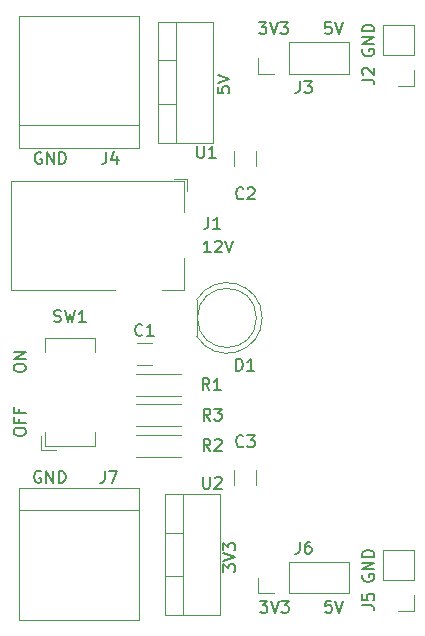
<source format=gbr>
%TF.GenerationSoftware,KiCad,Pcbnew,7.0.7*%
%TF.CreationDate,2023-12-09T08:29:27-03:00*%
%TF.ProjectId,bread_board_power_supply,62726561-645f-4626-9f61-72645f706f77,A*%
%TF.SameCoordinates,Original*%
%TF.FileFunction,Legend,Top*%
%TF.FilePolarity,Positive*%
%FSLAX46Y46*%
G04 Gerber Fmt 4.6, Leading zero omitted, Abs format (unit mm)*
G04 Created by KiCad (PCBNEW 7.0.7) date 2023-12-09 08:29:27*
%MOMM*%
%LPD*%
G01*
G04 APERTURE LIST*
%ADD10C,0.150000*%
%ADD11C,0.120000*%
G04 APERTURE END LIST*
D10*
X134166666Y-109454819D02*
X134166666Y-110169104D01*
X134166666Y-110169104D02*
X134119047Y-110311961D01*
X134119047Y-110311961D02*
X134023809Y-110407200D01*
X134023809Y-110407200D02*
X133880952Y-110454819D01*
X133880952Y-110454819D02*
X133785714Y-110454819D01*
X134547619Y-109454819D02*
X135214285Y-109454819D01*
X135214285Y-109454819D02*
X134785714Y-110454819D01*
X128738095Y-109502438D02*
X128642857Y-109454819D01*
X128642857Y-109454819D02*
X128500000Y-109454819D01*
X128500000Y-109454819D02*
X128357143Y-109502438D01*
X128357143Y-109502438D02*
X128261905Y-109597676D01*
X128261905Y-109597676D02*
X128214286Y-109692914D01*
X128214286Y-109692914D02*
X128166667Y-109883390D01*
X128166667Y-109883390D02*
X128166667Y-110026247D01*
X128166667Y-110026247D02*
X128214286Y-110216723D01*
X128214286Y-110216723D02*
X128261905Y-110311961D01*
X128261905Y-110311961D02*
X128357143Y-110407200D01*
X128357143Y-110407200D02*
X128500000Y-110454819D01*
X128500000Y-110454819D02*
X128595238Y-110454819D01*
X128595238Y-110454819D02*
X128738095Y-110407200D01*
X128738095Y-110407200D02*
X128785714Y-110359580D01*
X128785714Y-110359580D02*
X128785714Y-110026247D01*
X128785714Y-110026247D02*
X128595238Y-110026247D01*
X129214286Y-110454819D02*
X129214286Y-109454819D01*
X129214286Y-109454819D02*
X129785714Y-110454819D01*
X129785714Y-110454819D02*
X129785714Y-109454819D01*
X130261905Y-110454819D02*
X130261905Y-109454819D01*
X130261905Y-109454819D02*
X130500000Y-109454819D01*
X130500000Y-109454819D02*
X130642857Y-109502438D01*
X130642857Y-109502438D02*
X130738095Y-109597676D01*
X130738095Y-109597676D02*
X130785714Y-109692914D01*
X130785714Y-109692914D02*
X130833333Y-109883390D01*
X130833333Y-109883390D02*
X130833333Y-110026247D01*
X130833333Y-110026247D02*
X130785714Y-110216723D01*
X130785714Y-110216723D02*
X130738095Y-110311961D01*
X130738095Y-110311961D02*
X130642857Y-110407200D01*
X130642857Y-110407200D02*
X130500000Y-110454819D01*
X130500000Y-110454819D02*
X130261905Y-110454819D01*
X145883333Y-107341580D02*
X145835714Y-107389200D01*
X145835714Y-107389200D02*
X145692857Y-107436819D01*
X145692857Y-107436819D02*
X145597619Y-107436819D01*
X145597619Y-107436819D02*
X145454762Y-107389200D01*
X145454762Y-107389200D02*
X145359524Y-107293961D01*
X145359524Y-107293961D02*
X145311905Y-107198723D01*
X145311905Y-107198723D02*
X145264286Y-107008247D01*
X145264286Y-107008247D02*
X145264286Y-106865390D01*
X145264286Y-106865390D02*
X145311905Y-106674914D01*
X145311905Y-106674914D02*
X145359524Y-106579676D01*
X145359524Y-106579676D02*
X145454762Y-106484438D01*
X145454762Y-106484438D02*
X145597619Y-106436819D01*
X145597619Y-106436819D02*
X145692857Y-106436819D01*
X145692857Y-106436819D02*
X145835714Y-106484438D01*
X145835714Y-106484438D02*
X145883333Y-106532057D01*
X146216667Y-106436819D02*
X146835714Y-106436819D01*
X146835714Y-106436819D02*
X146502381Y-106817771D01*
X146502381Y-106817771D02*
X146645238Y-106817771D01*
X146645238Y-106817771D02*
X146740476Y-106865390D01*
X146740476Y-106865390D02*
X146788095Y-106913009D01*
X146788095Y-106913009D02*
X146835714Y-107008247D01*
X146835714Y-107008247D02*
X146835714Y-107246342D01*
X146835714Y-107246342D02*
X146788095Y-107341580D01*
X146788095Y-107341580D02*
X146740476Y-107389200D01*
X146740476Y-107389200D02*
X146645238Y-107436819D01*
X146645238Y-107436819D02*
X146359524Y-107436819D01*
X146359524Y-107436819D02*
X146264286Y-107389200D01*
X146264286Y-107389200D02*
X146216667Y-107341580D01*
X150666666Y-115454819D02*
X150666666Y-116169104D01*
X150666666Y-116169104D02*
X150619047Y-116311961D01*
X150619047Y-116311961D02*
X150523809Y-116407200D01*
X150523809Y-116407200D02*
X150380952Y-116454819D01*
X150380952Y-116454819D02*
X150285714Y-116454819D01*
X151571428Y-115454819D02*
X151380952Y-115454819D01*
X151380952Y-115454819D02*
X151285714Y-115502438D01*
X151285714Y-115502438D02*
X151238095Y-115550057D01*
X151238095Y-115550057D02*
X151142857Y-115692914D01*
X151142857Y-115692914D02*
X151095238Y-115883390D01*
X151095238Y-115883390D02*
X151095238Y-116264342D01*
X151095238Y-116264342D02*
X151142857Y-116359580D01*
X151142857Y-116359580D02*
X151190476Y-116407200D01*
X151190476Y-116407200D02*
X151285714Y-116454819D01*
X151285714Y-116454819D02*
X151476190Y-116454819D01*
X151476190Y-116454819D02*
X151571428Y-116407200D01*
X151571428Y-116407200D02*
X151619047Y-116359580D01*
X151619047Y-116359580D02*
X151666666Y-116264342D01*
X151666666Y-116264342D02*
X151666666Y-116026247D01*
X151666666Y-116026247D02*
X151619047Y-115931009D01*
X151619047Y-115931009D02*
X151571428Y-115883390D01*
X151571428Y-115883390D02*
X151476190Y-115835771D01*
X151476190Y-115835771D02*
X151285714Y-115835771D01*
X151285714Y-115835771D02*
X151190476Y-115883390D01*
X151190476Y-115883390D02*
X151142857Y-115931009D01*
X151142857Y-115931009D02*
X151095238Y-116026247D01*
X153349523Y-120454819D02*
X152873333Y-120454819D01*
X152873333Y-120454819D02*
X152825714Y-120931009D01*
X152825714Y-120931009D02*
X152873333Y-120883390D01*
X152873333Y-120883390D02*
X152968571Y-120835771D01*
X152968571Y-120835771D02*
X153206666Y-120835771D01*
X153206666Y-120835771D02*
X153301904Y-120883390D01*
X153301904Y-120883390D02*
X153349523Y-120931009D01*
X153349523Y-120931009D02*
X153397142Y-121026247D01*
X153397142Y-121026247D02*
X153397142Y-121264342D01*
X153397142Y-121264342D02*
X153349523Y-121359580D01*
X153349523Y-121359580D02*
X153301904Y-121407200D01*
X153301904Y-121407200D02*
X153206666Y-121454819D01*
X153206666Y-121454819D02*
X152968571Y-121454819D01*
X152968571Y-121454819D02*
X152873333Y-121407200D01*
X152873333Y-121407200D02*
X152825714Y-121359580D01*
X153682857Y-120454819D02*
X154016190Y-121454819D01*
X154016190Y-121454819D02*
X154349523Y-120454819D01*
X147301905Y-120454819D02*
X147920952Y-120454819D01*
X147920952Y-120454819D02*
X147587619Y-120835771D01*
X147587619Y-120835771D02*
X147730476Y-120835771D01*
X147730476Y-120835771D02*
X147825714Y-120883390D01*
X147825714Y-120883390D02*
X147873333Y-120931009D01*
X147873333Y-120931009D02*
X147920952Y-121026247D01*
X147920952Y-121026247D02*
X147920952Y-121264342D01*
X147920952Y-121264342D02*
X147873333Y-121359580D01*
X147873333Y-121359580D02*
X147825714Y-121407200D01*
X147825714Y-121407200D02*
X147730476Y-121454819D01*
X147730476Y-121454819D02*
X147444762Y-121454819D01*
X147444762Y-121454819D02*
X147349524Y-121407200D01*
X147349524Y-121407200D02*
X147301905Y-121359580D01*
X148206667Y-120454819D02*
X148540000Y-121454819D01*
X148540000Y-121454819D02*
X148873333Y-120454819D01*
X149111429Y-120454819D02*
X149730476Y-120454819D01*
X149730476Y-120454819D02*
X149397143Y-120835771D01*
X149397143Y-120835771D02*
X149540000Y-120835771D01*
X149540000Y-120835771D02*
X149635238Y-120883390D01*
X149635238Y-120883390D02*
X149682857Y-120931009D01*
X149682857Y-120931009D02*
X149730476Y-121026247D01*
X149730476Y-121026247D02*
X149730476Y-121264342D01*
X149730476Y-121264342D02*
X149682857Y-121359580D01*
X149682857Y-121359580D02*
X149635238Y-121407200D01*
X149635238Y-121407200D02*
X149540000Y-121454819D01*
X149540000Y-121454819D02*
X149254286Y-121454819D01*
X149254286Y-121454819D02*
X149159048Y-121407200D01*
X149159048Y-121407200D02*
X149111429Y-121359580D01*
X145261905Y-100954819D02*
X145261905Y-99954819D01*
X145261905Y-99954819D02*
X145500000Y-99954819D01*
X145500000Y-99954819D02*
X145642857Y-100002438D01*
X145642857Y-100002438D02*
X145738095Y-100097676D01*
X145738095Y-100097676D02*
X145785714Y-100192914D01*
X145785714Y-100192914D02*
X145833333Y-100383390D01*
X145833333Y-100383390D02*
X145833333Y-100526247D01*
X145833333Y-100526247D02*
X145785714Y-100716723D01*
X145785714Y-100716723D02*
X145738095Y-100811961D01*
X145738095Y-100811961D02*
X145642857Y-100907200D01*
X145642857Y-100907200D02*
X145500000Y-100954819D01*
X145500000Y-100954819D02*
X145261905Y-100954819D01*
X146785714Y-100954819D02*
X146214286Y-100954819D01*
X146500000Y-100954819D02*
X146500000Y-99954819D01*
X146500000Y-99954819D02*
X146404762Y-100097676D01*
X146404762Y-100097676D02*
X146309524Y-100192914D01*
X146309524Y-100192914D02*
X146214286Y-100240533D01*
X143089333Y-107769819D02*
X142756000Y-107293628D01*
X142517905Y-107769819D02*
X142517905Y-106769819D01*
X142517905Y-106769819D02*
X142898857Y-106769819D01*
X142898857Y-106769819D02*
X142994095Y-106817438D01*
X142994095Y-106817438D02*
X143041714Y-106865057D01*
X143041714Y-106865057D02*
X143089333Y-106960295D01*
X143089333Y-106960295D02*
X143089333Y-107103152D01*
X143089333Y-107103152D02*
X143041714Y-107198390D01*
X143041714Y-107198390D02*
X142994095Y-107246009D01*
X142994095Y-107246009D02*
X142898857Y-107293628D01*
X142898857Y-107293628D02*
X142517905Y-107293628D01*
X143470286Y-106865057D02*
X143517905Y-106817438D01*
X143517905Y-106817438D02*
X143613143Y-106769819D01*
X143613143Y-106769819D02*
X143851238Y-106769819D01*
X143851238Y-106769819D02*
X143946476Y-106817438D01*
X143946476Y-106817438D02*
X143994095Y-106865057D01*
X143994095Y-106865057D02*
X144041714Y-106960295D01*
X144041714Y-106960295D02*
X144041714Y-107055533D01*
X144041714Y-107055533D02*
X143994095Y-107198390D01*
X143994095Y-107198390D02*
X143422667Y-107769819D01*
X143422667Y-107769819D02*
X144041714Y-107769819D01*
X134286666Y-82454819D02*
X134286666Y-83169104D01*
X134286666Y-83169104D02*
X134239047Y-83311961D01*
X134239047Y-83311961D02*
X134143809Y-83407200D01*
X134143809Y-83407200D02*
X134000952Y-83454819D01*
X134000952Y-83454819D02*
X133905714Y-83454819D01*
X135191428Y-82788152D02*
X135191428Y-83454819D01*
X134953333Y-82407200D02*
X134715238Y-83121485D01*
X134715238Y-83121485D02*
X135334285Y-83121485D01*
X128778095Y-82502438D02*
X128682857Y-82454819D01*
X128682857Y-82454819D02*
X128540000Y-82454819D01*
X128540000Y-82454819D02*
X128397143Y-82502438D01*
X128397143Y-82502438D02*
X128301905Y-82597676D01*
X128301905Y-82597676D02*
X128254286Y-82692914D01*
X128254286Y-82692914D02*
X128206667Y-82883390D01*
X128206667Y-82883390D02*
X128206667Y-83026247D01*
X128206667Y-83026247D02*
X128254286Y-83216723D01*
X128254286Y-83216723D02*
X128301905Y-83311961D01*
X128301905Y-83311961D02*
X128397143Y-83407200D01*
X128397143Y-83407200D02*
X128540000Y-83454819D01*
X128540000Y-83454819D02*
X128635238Y-83454819D01*
X128635238Y-83454819D02*
X128778095Y-83407200D01*
X128778095Y-83407200D02*
X128825714Y-83359580D01*
X128825714Y-83359580D02*
X128825714Y-83026247D01*
X128825714Y-83026247D02*
X128635238Y-83026247D01*
X129254286Y-83454819D02*
X129254286Y-82454819D01*
X129254286Y-82454819D02*
X129825714Y-83454819D01*
X129825714Y-83454819D02*
X129825714Y-82454819D01*
X130301905Y-83454819D02*
X130301905Y-82454819D01*
X130301905Y-82454819D02*
X130540000Y-82454819D01*
X130540000Y-82454819D02*
X130682857Y-82502438D01*
X130682857Y-82502438D02*
X130778095Y-82597676D01*
X130778095Y-82597676D02*
X130825714Y-82692914D01*
X130825714Y-82692914D02*
X130873333Y-82883390D01*
X130873333Y-82883390D02*
X130873333Y-83026247D01*
X130873333Y-83026247D02*
X130825714Y-83216723D01*
X130825714Y-83216723D02*
X130778095Y-83311961D01*
X130778095Y-83311961D02*
X130682857Y-83407200D01*
X130682857Y-83407200D02*
X130540000Y-83454819D01*
X130540000Y-83454819D02*
X130301905Y-83454819D01*
X150666666Y-76454819D02*
X150666666Y-77169104D01*
X150666666Y-77169104D02*
X150619047Y-77311961D01*
X150619047Y-77311961D02*
X150523809Y-77407200D01*
X150523809Y-77407200D02*
X150380952Y-77454819D01*
X150380952Y-77454819D02*
X150285714Y-77454819D01*
X151047619Y-76454819D02*
X151666666Y-76454819D01*
X151666666Y-76454819D02*
X151333333Y-76835771D01*
X151333333Y-76835771D02*
X151476190Y-76835771D01*
X151476190Y-76835771D02*
X151571428Y-76883390D01*
X151571428Y-76883390D02*
X151619047Y-76931009D01*
X151619047Y-76931009D02*
X151666666Y-77026247D01*
X151666666Y-77026247D02*
X151666666Y-77264342D01*
X151666666Y-77264342D02*
X151619047Y-77359580D01*
X151619047Y-77359580D02*
X151571428Y-77407200D01*
X151571428Y-77407200D02*
X151476190Y-77454819D01*
X151476190Y-77454819D02*
X151190476Y-77454819D01*
X151190476Y-77454819D02*
X151095238Y-77407200D01*
X151095238Y-77407200D02*
X151047619Y-77359580D01*
X147221905Y-71454819D02*
X147840952Y-71454819D01*
X147840952Y-71454819D02*
X147507619Y-71835771D01*
X147507619Y-71835771D02*
X147650476Y-71835771D01*
X147650476Y-71835771D02*
X147745714Y-71883390D01*
X147745714Y-71883390D02*
X147793333Y-71931009D01*
X147793333Y-71931009D02*
X147840952Y-72026247D01*
X147840952Y-72026247D02*
X147840952Y-72264342D01*
X147840952Y-72264342D02*
X147793333Y-72359580D01*
X147793333Y-72359580D02*
X147745714Y-72407200D01*
X147745714Y-72407200D02*
X147650476Y-72454819D01*
X147650476Y-72454819D02*
X147364762Y-72454819D01*
X147364762Y-72454819D02*
X147269524Y-72407200D01*
X147269524Y-72407200D02*
X147221905Y-72359580D01*
X148126667Y-71454819D02*
X148460000Y-72454819D01*
X148460000Y-72454819D02*
X148793333Y-71454819D01*
X149031429Y-71454819D02*
X149650476Y-71454819D01*
X149650476Y-71454819D02*
X149317143Y-71835771D01*
X149317143Y-71835771D02*
X149460000Y-71835771D01*
X149460000Y-71835771D02*
X149555238Y-71883390D01*
X149555238Y-71883390D02*
X149602857Y-71931009D01*
X149602857Y-71931009D02*
X149650476Y-72026247D01*
X149650476Y-72026247D02*
X149650476Y-72264342D01*
X149650476Y-72264342D02*
X149602857Y-72359580D01*
X149602857Y-72359580D02*
X149555238Y-72407200D01*
X149555238Y-72407200D02*
X149460000Y-72454819D01*
X149460000Y-72454819D02*
X149174286Y-72454819D01*
X149174286Y-72454819D02*
X149079048Y-72407200D01*
X149079048Y-72407200D02*
X149031429Y-72359580D01*
X153309523Y-71454819D02*
X152833333Y-71454819D01*
X152833333Y-71454819D02*
X152785714Y-71931009D01*
X152785714Y-71931009D02*
X152833333Y-71883390D01*
X152833333Y-71883390D02*
X152928571Y-71835771D01*
X152928571Y-71835771D02*
X153166666Y-71835771D01*
X153166666Y-71835771D02*
X153261904Y-71883390D01*
X153261904Y-71883390D02*
X153309523Y-71931009D01*
X153309523Y-71931009D02*
X153357142Y-72026247D01*
X153357142Y-72026247D02*
X153357142Y-72264342D01*
X153357142Y-72264342D02*
X153309523Y-72359580D01*
X153309523Y-72359580D02*
X153261904Y-72407200D01*
X153261904Y-72407200D02*
X153166666Y-72454819D01*
X153166666Y-72454819D02*
X152928571Y-72454819D01*
X152928571Y-72454819D02*
X152833333Y-72407200D01*
X152833333Y-72407200D02*
X152785714Y-72359580D01*
X153642857Y-71454819D02*
X153976190Y-72454819D01*
X153976190Y-72454819D02*
X154309523Y-71454819D01*
X129856667Y-96794700D02*
X129999524Y-96842319D01*
X129999524Y-96842319D02*
X130237619Y-96842319D01*
X130237619Y-96842319D02*
X130332857Y-96794700D01*
X130332857Y-96794700D02*
X130380476Y-96747080D01*
X130380476Y-96747080D02*
X130428095Y-96651842D01*
X130428095Y-96651842D02*
X130428095Y-96556604D01*
X130428095Y-96556604D02*
X130380476Y-96461366D01*
X130380476Y-96461366D02*
X130332857Y-96413747D01*
X130332857Y-96413747D02*
X130237619Y-96366128D01*
X130237619Y-96366128D02*
X130047143Y-96318509D01*
X130047143Y-96318509D02*
X129951905Y-96270890D01*
X129951905Y-96270890D02*
X129904286Y-96223271D01*
X129904286Y-96223271D02*
X129856667Y-96128033D01*
X129856667Y-96128033D02*
X129856667Y-96032795D01*
X129856667Y-96032795D02*
X129904286Y-95937557D01*
X129904286Y-95937557D02*
X129951905Y-95889938D01*
X129951905Y-95889938D02*
X130047143Y-95842319D01*
X130047143Y-95842319D02*
X130285238Y-95842319D01*
X130285238Y-95842319D02*
X130428095Y-95889938D01*
X130761429Y-95842319D02*
X130999524Y-96842319D01*
X130999524Y-96842319D02*
X131190000Y-96128033D01*
X131190000Y-96128033D02*
X131380476Y-96842319D01*
X131380476Y-96842319D02*
X131618572Y-95842319D01*
X132523333Y-96842319D02*
X131951905Y-96842319D01*
X132237619Y-96842319D02*
X132237619Y-95842319D01*
X132237619Y-95842319D02*
X132142381Y-95985176D01*
X132142381Y-95985176D02*
X132047143Y-96080414D01*
X132047143Y-96080414D02*
X131951905Y-96128033D01*
X126454819Y-100816547D02*
X126454819Y-100626071D01*
X126454819Y-100626071D02*
X126502438Y-100530833D01*
X126502438Y-100530833D02*
X126597676Y-100435595D01*
X126597676Y-100435595D02*
X126788152Y-100387976D01*
X126788152Y-100387976D02*
X127121485Y-100387976D01*
X127121485Y-100387976D02*
X127311961Y-100435595D01*
X127311961Y-100435595D02*
X127407200Y-100530833D01*
X127407200Y-100530833D02*
X127454819Y-100626071D01*
X127454819Y-100626071D02*
X127454819Y-100816547D01*
X127454819Y-100816547D02*
X127407200Y-100911785D01*
X127407200Y-100911785D02*
X127311961Y-101007023D01*
X127311961Y-101007023D02*
X127121485Y-101054642D01*
X127121485Y-101054642D02*
X126788152Y-101054642D01*
X126788152Y-101054642D02*
X126597676Y-101007023D01*
X126597676Y-101007023D02*
X126502438Y-100911785D01*
X126502438Y-100911785D02*
X126454819Y-100816547D01*
X127454819Y-99959404D02*
X126454819Y-99959404D01*
X126454819Y-99959404D02*
X127454819Y-99387976D01*
X127454819Y-99387976D02*
X126454819Y-99387976D01*
X126454819Y-106229880D02*
X126454819Y-106039404D01*
X126454819Y-106039404D02*
X126502438Y-105944166D01*
X126502438Y-105944166D02*
X126597676Y-105848928D01*
X126597676Y-105848928D02*
X126788152Y-105801309D01*
X126788152Y-105801309D02*
X127121485Y-105801309D01*
X127121485Y-105801309D02*
X127311961Y-105848928D01*
X127311961Y-105848928D02*
X127407200Y-105944166D01*
X127407200Y-105944166D02*
X127454819Y-106039404D01*
X127454819Y-106039404D02*
X127454819Y-106229880D01*
X127454819Y-106229880D02*
X127407200Y-106325118D01*
X127407200Y-106325118D02*
X127311961Y-106420356D01*
X127311961Y-106420356D02*
X127121485Y-106467975D01*
X127121485Y-106467975D02*
X126788152Y-106467975D01*
X126788152Y-106467975D02*
X126597676Y-106420356D01*
X126597676Y-106420356D02*
X126502438Y-106325118D01*
X126502438Y-106325118D02*
X126454819Y-106229880D01*
X126931009Y-105039404D02*
X126931009Y-105372737D01*
X127454819Y-105372737D02*
X126454819Y-105372737D01*
X126454819Y-105372737D02*
X126454819Y-104896547D01*
X126931009Y-104182261D02*
X126931009Y-104515594D01*
X127454819Y-104515594D02*
X126454819Y-104515594D01*
X126454819Y-104515594D02*
X126454819Y-104039404D01*
X142916666Y-87954819D02*
X142916666Y-88669104D01*
X142916666Y-88669104D02*
X142869047Y-88811961D01*
X142869047Y-88811961D02*
X142773809Y-88907200D01*
X142773809Y-88907200D02*
X142630952Y-88954819D01*
X142630952Y-88954819D02*
X142535714Y-88954819D01*
X143916666Y-88954819D02*
X143345238Y-88954819D01*
X143630952Y-88954819D02*
X143630952Y-87954819D01*
X143630952Y-87954819D02*
X143535714Y-88097676D01*
X143535714Y-88097676D02*
X143440476Y-88192914D01*
X143440476Y-88192914D02*
X143345238Y-88240533D01*
X143130952Y-90954819D02*
X142559524Y-90954819D01*
X142845238Y-90954819D02*
X142845238Y-89954819D01*
X142845238Y-89954819D02*
X142750000Y-90097676D01*
X142750000Y-90097676D02*
X142654762Y-90192914D01*
X142654762Y-90192914D02*
X142559524Y-90240533D01*
X143511905Y-90050057D02*
X143559524Y-90002438D01*
X143559524Y-90002438D02*
X143654762Y-89954819D01*
X143654762Y-89954819D02*
X143892857Y-89954819D01*
X143892857Y-89954819D02*
X143988095Y-90002438D01*
X143988095Y-90002438D02*
X144035714Y-90050057D01*
X144035714Y-90050057D02*
X144083333Y-90145295D01*
X144083333Y-90145295D02*
X144083333Y-90240533D01*
X144083333Y-90240533D02*
X144035714Y-90383390D01*
X144035714Y-90383390D02*
X143464286Y-90954819D01*
X143464286Y-90954819D02*
X144083333Y-90954819D01*
X144369048Y-89954819D02*
X144702381Y-90954819D01*
X144702381Y-90954819D02*
X145035714Y-89954819D01*
X155954819Y-76333333D02*
X156669104Y-76333333D01*
X156669104Y-76333333D02*
X156811961Y-76380952D01*
X156811961Y-76380952D02*
X156907200Y-76476190D01*
X156907200Y-76476190D02*
X156954819Y-76619047D01*
X156954819Y-76619047D02*
X156954819Y-76714285D01*
X156050057Y-75904761D02*
X156002438Y-75857142D01*
X156002438Y-75857142D02*
X155954819Y-75761904D01*
X155954819Y-75761904D02*
X155954819Y-75523809D01*
X155954819Y-75523809D02*
X156002438Y-75428571D01*
X156002438Y-75428571D02*
X156050057Y-75380952D01*
X156050057Y-75380952D02*
X156145295Y-75333333D01*
X156145295Y-75333333D02*
X156240533Y-75333333D01*
X156240533Y-75333333D02*
X156383390Y-75380952D01*
X156383390Y-75380952D02*
X156954819Y-75952380D01*
X156954819Y-75952380D02*
X156954819Y-75333333D01*
X156002438Y-73761904D02*
X155954819Y-73857142D01*
X155954819Y-73857142D02*
X155954819Y-73999999D01*
X155954819Y-73999999D02*
X156002438Y-74142856D01*
X156002438Y-74142856D02*
X156097676Y-74238094D01*
X156097676Y-74238094D02*
X156192914Y-74285713D01*
X156192914Y-74285713D02*
X156383390Y-74333332D01*
X156383390Y-74333332D02*
X156526247Y-74333332D01*
X156526247Y-74333332D02*
X156716723Y-74285713D01*
X156716723Y-74285713D02*
X156811961Y-74238094D01*
X156811961Y-74238094D02*
X156907200Y-74142856D01*
X156907200Y-74142856D02*
X156954819Y-73999999D01*
X156954819Y-73999999D02*
X156954819Y-73904761D01*
X156954819Y-73904761D02*
X156907200Y-73761904D01*
X156907200Y-73761904D02*
X156859580Y-73714285D01*
X156859580Y-73714285D02*
X156526247Y-73714285D01*
X156526247Y-73714285D02*
X156526247Y-73904761D01*
X156954819Y-73285713D02*
X155954819Y-73285713D01*
X155954819Y-73285713D02*
X156954819Y-72714285D01*
X156954819Y-72714285D02*
X155954819Y-72714285D01*
X156954819Y-72238094D02*
X155954819Y-72238094D01*
X155954819Y-72238094D02*
X155954819Y-71999999D01*
X155954819Y-71999999D02*
X156002438Y-71857142D01*
X156002438Y-71857142D02*
X156097676Y-71761904D01*
X156097676Y-71761904D02*
X156192914Y-71714285D01*
X156192914Y-71714285D02*
X156383390Y-71666666D01*
X156383390Y-71666666D02*
X156526247Y-71666666D01*
X156526247Y-71666666D02*
X156716723Y-71714285D01*
X156716723Y-71714285D02*
X156811961Y-71761904D01*
X156811961Y-71761904D02*
X156907200Y-71857142D01*
X156907200Y-71857142D02*
X156954819Y-71999999D01*
X156954819Y-71999999D02*
X156954819Y-72238094D01*
X145883333Y-86359580D02*
X145835714Y-86407200D01*
X145835714Y-86407200D02*
X145692857Y-86454819D01*
X145692857Y-86454819D02*
X145597619Y-86454819D01*
X145597619Y-86454819D02*
X145454762Y-86407200D01*
X145454762Y-86407200D02*
X145359524Y-86311961D01*
X145359524Y-86311961D02*
X145311905Y-86216723D01*
X145311905Y-86216723D02*
X145264286Y-86026247D01*
X145264286Y-86026247D02*
X145264286Y-85883390D01*
X145264286Y-85883390D02*
X145311905Y-85692914D01*
X145311905Y-85692914D02*
X145359524Y-85597676D01*
X145359524Y-85597676D02*
X145454762Y-85502438D01*
X145454762Y-85502438D02*
X145597619Y-85454819D01*
X145597619Y-85454819D02*
X145692857Y-85454819D01*
X145692857Y-85454819D02*
X145835714Y-85502438D01*
X145835714Y-85502438D02*
X145883333Y-85550057D01*
X146264286Y-85550057D02*
X146311905Y-85502438D01*
X146311905Y-85502438D02*
X146407143Y-85454819D01*
X146407143Y-85454819D02*
X146645238Y-85454819D01*
X146645238Y-85454819D02*
X146740476Y-85502438D01*
X146740476Y-85502438D02*
X146788095Y-85550057D01*
X146788095Y-85550057D02*
X146835714Y-85645295D01*
X146835714Y-85645295D02*
X146835714Y-85740533D01*
X146835714Y-85740533D02*
X146788095Y-85883390D01*
X146788095Y-85883390D02*
X146216667Y-86454819D01*
X146216667Y-86454819D02*
X146835714Y-86454819D01*
X141988095Y-81954819D02*
X141988095Y-82764342D01*
X141988095Y-82764342D02*
X142035714Y-82859580D01*
X142035714Y-82859580D02*
X142083333Y-82907200D01*
X142083333Y-82907200D02*
X142178571Y-82954819D01*
X142178571Y-82954819D02*
X142369047Y-82954819D01*
X142369047Y-82954819D02*
X142464285Y-82907200D01*
X142464285Y-82907200D02*
X142511904Y-82859580D01*
X142511904Y-82859580D02*
X142559523Y-82764342D01*
X142559523Y-82764342D02*
X142559523Y-81954819D01*
X143559523Y-82954819D02*
X142988095Y-82954819D01*
X143273809Y-82954819D02*
X143273809Y-81954819D01*
X143273809Y-81954819D02*
X143178571Y-82097676D01*
X143178571Y-82097676D02*
X143083333Y-82192914D01*
X143083333Y-82192914D02*
X142988095Y-82240533D01*
X143704819Y-76940476D02*
X143704819Y-77416666D01*
X143704819Y-77416666D02*
X144181009Y-77464285D01*
X144181009Y-77464285D02*
X144133390Y-77416666D01*
X144133390Y-77416666D02*
X144085771Y-77321428D01*
X144085771Y-77321428D02*
X144085771Y-77083333D01*
X144085771Y-77083333D02*
X144133390Y-76988095D01*
X144133390Y-76988095D02*
X144181009Y-76940476D01*
X144181009Y-76940476D02*
X144276247Y-76892857D01*
X144276247Y-76892857D02*
X144514342Y-76892857D01*
X144514342Y-76892857D02*
X144609580Y-76940476D01*
X144609580Y-76940476D02*
X144657200Y-76988095D01*
X144657200Y-76988095D02*
X144704819Y-77083333D01*
X144704819Y-77083333D02*
X144704819Y-77321428D01*
X144704819Y-77321428D02*
X144657200Y-77416666D01*
X144657200Y-77416666D02*
X144609580Y-77464285D01*
X143704819Y-76607142D02*
X144704819Y-76273809D01*
X144704819Y-76273809D02*
X143704819Y-75940476D01*
X137327333Y-97927580D02*
X137279714Y-97975200D01*
X137279714Y-97975200D02*
X137136857Y-98022819D01*
X137136857Y-98022819D02*
X137041619Y-98022819D01*
X137041619Y-98022819D02*
X136898762Y-97975200D01*
X136898762Y-97975200D02*
X136803524Y-97879961D01*
X136803524Y-97879961D02*
X136755905Y-97784723D01*
X136755905Y-97784723D02*
X136708286Y-97594247D01*
X136708286Y-97594247D02*
X136708286Y-97451390D01*
X136708286Y-97451390D02*
X136755905Y-97260914D01*
X136755905Y-97260914D02*
X136803524Y-97165676D01*
X136803524Y-97165676D02*
X136898762Y-97070438D01*
X136898762Y-97070438D02*
X137041619Y-97022819D01*
X137041619Y-97022819D02*
X137136857Y-97022819D01*
X137136857Y-97022819D02*
X137279714Y-97070438D01*
X137279714Y-97070438D02*
X137327333Y-97118057D01*
X138279714Y-98022819D02*
X137708286Y-98022819D01*
X137994000Y-98022819D02*
X137994000Y-97022819D01*
X137994000Y-97022819D02*
X137898762Y-97165676D01*
X137898762Y-97165676D02*
X137803524Y-97260914D01*
X137803524Y-97260914D02*
X137708286Y-97308533D01*
X143017333Y-102605152D02*
X142684000Y-102128961D01*
X142445905Y-102605152D02*
X142445905Y-101605152D01*
X142445905Y-101605152D02*
X142826857Y-101605152D01*
X142826857Y-101605152D02*
X142922095Y-101652771D01*
X142922095Y-101652771D02*
X142969714Y-101700390D01*
X142969714Y-101700390D02*
X143017333Y-101795628D01*
X143017333Y-101795628D02*
X143017333Y-101938485D01*
X143017333Y-101938485D02*
X142969714Y-102033723D01*
X142969714Y-102033723D02*
X142922095Y-102081342D01*
X142922095Y-102081342D02*
X142826857Y-102128961D01*
X142826857Y-102128961D02*
X142445905Y-102128961D01*
X143969714Y-102605152D02*
X143398286Y-102605152D01*
X143684000Y-102605152D02*
X143684000Y-101605152D01*
X143684000Y-101605152D02*
X143588762Y-101748009D01*
X143588762Y-101748009D02*
X143493524Y-101843247D01*
X143493524Y-101843247D02*
X143398286Y-101890866D01*
X143089333Y-105187485D02*
X142756000Y-104711294D01*
X142517905Y-105187485D02*
X142517905Y-104187485D01*
X142517905Y-104187485D02*
X142898857Y-104187485D01*
X142898857Y-104187485D02*
X142994095Y-104235104D01*
X142994095Y-104235104D02*
X143041714Y-104282723D01*
X143041714Y-104282723D02*
X143089333Y-104377961D01*
X143089333Y-104377961D02*
X143089333Y-104520818D01*
X143089333Y-104520818D02*
X143041714Y-104616056D01*
X143041714Y-104616056D02*
X142994095Y-104663675D01*
X142994095Y-104663675D02*
X142898857Y-104711294D01*
X142898857Y-104711294D02*
X142517905Y-104711294D01*
X143422667Y-104187485D02*
X144041714Y-104187485D01*
X144041714Y-104187485D02*
X143708381Y-104568437D01*
X143708381Y-104568437D02*
X143851238Y-104568437D01*
X143851238Y-104568437D02*
X143946476Y-104616056D01*
X143946476Y-104616056D02*
X143994095Y-104663675D01*
X143994095Y-104663675D02*
X144041714Y-104758913D01*
X144041714Y-104758913D02*
X144041714Y-104997008D01*
X144041714Y-104997008D02*
X143994095Y-105092246D01*
X143994095Y-105092246D02*
X143946476Y-105139866D01*
X143946476Y-105139866D02*
X143851238Y-105187485D01*
X143851238Y-105187485D02*
X143565524Y-105187485D01*
X143565524Y-105187485D02*
X143470286Y-105139866D01*
X143470286Y-105139866D02*
X143422667Y-105092246D01*
X155954819Y-120833333D02*
X156669104Y-120833333D01*
X156669104Y-120833333D02*
X156811961Y-120880952D01*
X156811961Y-120880952D02*
X156907200Y-120976190D01*
X156907200Y-120976190D02*
X156954819Y-121119047D01*
X156954819Y-121119047D02*
X156954819Y-121214285D01*
X155954819Y-119880952D02*
X155954819Y-120357142D01*
X155954819Y-120357142D02*
X156431009Y-120404761D01*
X156431009Y-120404761D02*
X156383390Y-120357142D01*
X156383390Y-120357142D02*
X156335771Y-120261904D01*
X156335771Y-120261904D02*
X156335771Y-120023809D01*
X156335771Y-120023809D02*
X156383390Y-119928571D01*
X156383390Y-119928571D02*
X156431009Y-119880952D01*
X156431009Y-119880952D02*
X156526247Y-119833333D01*
X156526247Y-119833333D02*
X156764342Y-119833333D01*
X156764342Y-119833333D02*
X156859580Y-119880952D01*
X156859580Y-119880952D02*
X156907200Y-119928571D01*
X156907200Y-119928571D02*
X156954819Y-120023809D01*
X156954819Y-120023809D02*
X156954819Y-120261904D01*
X156954819Y-120261904D02*
X156907200Y-120357142D01*
X156907200Y-120357142D02*
X156859580Y-120404761D01*
X156002438Y-118261904D02*
X155954819Y-118357142D01*
X155954819Y-118357142D02*
X155954819Y-118499999D01*
X155954819Y-118499999D02*
X156002438Y-118642856D01*
X156002438Y-118642856D02*
X156097676Y-118738094D01*
X156097676Y-118738094D02*
X156192914Y-118785713D01*
X156192914Y-118785713D02*
X156383390Y-118833332D01*
X156383390Y-118833332D02*
X156526247Y-118833332D01*
X156526247Y-118833332D02*
X156716723Y-118785713D01*
X156716723Y-118785713D02*
X156811961Y-118738094D01*
X156811961Y-118738094D02*
X156907200Y-118642856D01*
X156907200Y-118642856D02*
X156954819Y-118499999D01*
X156954819Y-118499999D02*
X156954819Y-118404761D01*
X156954819Y-118404761D02*
X156907200Y-118261904D01*
X156907200Y-118261904D02*
X156859580Y-118214285D01*
X156859580Y-118214285D02*
X156526247Y-118214285D01*
X156526247Y-118214285D02*
X156526247Y-118404761D01*
X156954819Y-117785713D02*
X155954819Y-117785713D01*
X155954819Y-117785713D02*
X156954819Y-117214285D01*
X156954819Y-117214285D02*
X155954819Y-117214285D01*
X156954819Y-116738094D02*
X155954819Y-116738094D01*
X155954819Y-116738094D02*
X155954819Y-116499999D01*
X155954819Y-116499999D02*
X156002438Y-116357142D01*
X156002438Y-116357142D02*
X156097676Y-116261904D01*
X156097676Y-116261904D02*
X156192914Y-116214285D01*
X156192914Y-116214285D02*
X156383390Y-116166666D01*
X156383390Y-116166666D02*
X156526247Y-116166666D01*
X156526247Y-116166666D02*
X156716723Y-116214285D01*
X156716723Y-116214285D02*
X156811961Y-116261904D01*
X156811961Y-116261904D02*
X156907200Y-116357142D01*
X156907200Y-116357142D02*
X156954819Y-116499999D01*
X156954819Y-116499999D02*
X156954819Y-116738094D01*
X142488095Y-109954819D02*
X142488095Y-110764342D01*
X142488095Y-110764342D02*
X142535714Y-110859580D01*
X142535714Y-110859580D02*
X142583333Y-110907200D01*
X142583333Y-110907200D02*
X142678571Y-110954819D01*
X142678571Y-110954819D02*
X142869047Y-110954819D01*
X142869047Y-110954819D02*
X142964285Y-110907200D01*
X142964285Y-110907200D02*
X143011904Y-110859580D01*
X143011904Y-110859580D02*
X143059523Y-110764342D01*
X143059523Y-110764342D02*
X143059523Y-109954819D01*
X143488095Y-110050057D02*
X143535714Y-110002438D01*
X143535714Y-110002438D02*
X143630952Y-109954819D01*
X143630952Y-109954819D02*
X143869047Y-109954819D01*
X143869047Y-109954819D02*
X143964285Y-110002438D01*
X143964285Y-110002438D02*
X144011904Y-110050057D01*
X144011904Y-110050057D02*
X144059523Y-110145295D01*
X144059523Y-110145295D02*
X144059523Y-110240533D01*
X144059523Y-110240533D02*
X144011904Y-110383390D01*
X144011904Y-110383390D02*
X143440476Y-110954819D01*
X143440476Y-110954819D02*
X144059523Y-110954819D01*
X144204819Y-117988094D02*
X144204819Y-117369047D01*
X144204819Y-117369047D02*
X144585771Y-117702380D01*
X144585771Y-117702380D02*
X144585771Y-117559523D01*
X144585771Y-117559523D02*
X144633390Y-117464285D01*
X144633390Y-117464285D02*
X144681009Y-117416666D01*
X144681009Y-117416666D02*
X144776247Y-117369047D01*
X144776247Y-117369047D02*
X145014342Y-117369047D01*
X145014342Y-117369047D02*
X145109580Y-117416666D01*
X145109580Y-117416666D02*
X145157200Y-117464285D01*
X145157200Y-117464285D02*
X145204819Y-117559523D01*
X145204819Y-117559523D02*
X145204819Y-117845237D01*
X145204819Y-117845237D02*
X145157200Y-117940475D01*
X145157200Y-117940475D02*
X145109580Y-117988094D01*
X144204819Y-117083332D02*
X145204819Y-116749999D01*
X145204819Y-116749999D02*
X144204819Y-116416666D01*
X144204819Y-116178570D02*
X144204819Y-115559523D01*
X144204819Y-115559523D02*
X144585771Y-115892856D01*
X144585771Y-115892856D02*
X144585771Y-115749999D01*
X144585771Y-115749999D02*
X144633390Y-115654761D01*
X144633390Y-115654761D02*
X144681009Y-115607142D01*
X144681009Y-115607142D02*
X144776247Y-115559523D01*
X144776247Y-115559523D02*
X145014342Y-115559523D01*
X145014342Y-115559523D02*
X145109580Y-115607142D01*
X145109580Y-115607142D02*
X145157200Y-115654761D01*
X145157200Y-115654761D02*
X145204819Y-115749999D01*
X145204819Y-115749999D02*
X145204819Y-116035713D01*
X145204819Y-116035713D02*
X145157200Y-116130951D01*
X145157200Y-116130951D02*
X145109580Y-116178570D01*
D11*
%TO.C,J7*%
X137076100Y-122088000D02*
X137076100Y-110886600D01*
X137076100Y-110886600D02*
X126916100Y-110886600D01*
X126916100Y-122088000D02*
X137076100Y-122088000D01*
X126916100Y-112791600D02*
X137076100Y-112791600D01*
X126916100Y-110886600D02*
X126916100Y-122088000D01*
%TO.C,C3*%
X145130000Y-110611000D02*
X145130000Y-109353000D01*
X146970000Y-110611000D02*
X146970000Y-109353000D01*
%TO.C,J6*%
X147130000Y-119830000D02*
X147130000Y-118500000D01*
X148460000Y-119830000D02*
X147130000Y-119830000D01*
X149730000Y-119830000D02*
X154870000Y-119830000D01*
X149730000Y-119830000D02*
X149730000Y-117170000D01*
X154870000Y-119830000D02*
X154870000Y-117170000D01*
X149730000Y-117170000D02*
X154870000Y-117170000D01*
%TO.C,D1*%
X141935000Y-94955000D02*
X141935000Y-98045000D01*
X147484999Y-96500462D02*
G75*
G03*
X141935001Y-94955170I-2989999J462D01*
G01*
X141935000Y-98044830D02*
G75*
G03*
X147485000Y-96499538I2560000J1544830D01*
G01*
X146995000Y-96500000D02*
G75*
G03*
X146995000Y-96500000I-2500000J0D01*
G01*
%TO.C,R2*%
X140604000Y-108235000D02*
X136764000Y-108235000D01*
X140604000Y-106395000D02*
X136764000Y-106395000D01*
%TO.C,J4*%
X126923900Y-70912000D02*
X126923900Y-82113400D01*
X126923900Y-82113400D02*
X137083900Y-82113400D01*
X137083900Y-70912000D02*
X126923900Y-70912000D01*
X137083900Y-80208400D02*
X126923900Y-80208400D01*
X137083900Y-82113400D02*
X137083900Y-70912000D01*
%TO.C,J3*%
X147130000Y-75830000D02*
X147130000Y-74500000D01*
X148460000Y-75830000D02*
X147130000Y-75830000D01*
X149730000Y-75830000D02*
X154870000Y-75830000D01*
X149730000Y-75830000D02*
X149730000Y-73170000D01*
X154870000Y-75830000D02*
X154870000Y-73170000D01*
X149730000Y-73170000D02*
X154870000Y-73170000D01*
%TO.C,SW1*%
X128790000Y-107677500D02*
X129990000Y-107677500D01*
X129090000Y-107377500D02*
X133290000Y-107377500D01*
X133290000Y-107377500D02*
X133290000Y-106177500D01*
X128790000Y-106477500D02*
X128790000Y-107677500D01*
X129090000Y-106177500D02*
X129090000Y-107377500D01*
X129090000Y-99377500D02*
X129090000Y-98177500D01*
X129090000Y-98177500D02*
X133290000Y-98177500D01*
X133290000Y-98177500D02*
X133290000Y-99377500D01*
%TO.C,J1*%
X126200000Y-84942500D02*
X140900000Y-84942500D01*
X126200000Y-94142500D02*
X126200000Y-84942500D01*
X135000000Y-94142500D02*
X126200000Y-94142500D01*
X140050000Y-84742500D02*
X141100000Y-84742500D01*
X140900000Y-84942500D02*
X140900000Y-87542500D01*
X140900000Y-91442500D02*
X140900000Y-94142500D01*
X140900000Y-94142500D02*
X139000000Y-94142500D01*
X141100000Y-85792500D02*
X141100000Y-84742500D01*
%TO.C,J2*%
X160330000Y-76870000D02*
X159000000Y-76870000D01*
X160330000Y-75540000D02*
X160330000Y-76870000D01*
X160330000Y-74270000D02*
X160330000Y-71670000D01*
X160330000Y-74270000D02*
X157670000Y-74270000D01*
X160330000Y-71670000D02*
X157670000Y-71670000D01*
X157670000Y-74270000D02*
X157670000Y-71670000D01*
%TO.C,C2*%
X146970000Y-82371000D02*
X146970000Y-83629000D01*
X145130000Y-82371000D02*
X145130000Y-83629000D01*
%TO.C,U1*%
X138675000Y-81660000D02*
X143316000Y-81660000D01*
X138675000Y-81660000D02*
X138675000Y-71420000D01*
X140185000Y-81660000D02*
X140185000Y-71420000D01*
X143316000Y-81660000D02*
X143316000Y-71420000D01*
X138675000Y-78390000D02*
X140185000Y-78390000D01*
X138675000Y-74689000D02*
X140185000Y-74689000D01*
X138675000Y-71420000D02*
X143316000Y-71420000D01*
%TO.C,C1*%
X136865000Y-98648000D02*
X138123000Y-98648000D01*
X136865000Y-100488000D02*
X138123000Y-100488000D01*
%TO.C,R1*%
X136764000Y-101230333D02*
X140604000Y-101230333D01*
X136764000Y-103070333D02*
X140604000Y-103070333D01*
%TO.C,R3*%
X136764000Y-103812666D02*
X140604000Y-103812666D01*
X136764000Y-105652666D02*
X140604000Y-105652666D01*
%TO.C,J5*%
X160330000Y-121330000D02*
X159000000Y-121330000D01*
X160330000Y-120000000D02*
X160330000Y-121330000D01*
X160330000Y-118730000D02*
X160330000Y-116130000D01*
X160330000Y-118730000D02*
X157670000Y-118730000D01*
X160330000Y-116130000D02*
X157670000Y-116130000D01*
X157670000Y-118730000D02*
X157670000Y-116130000D01*
%TO.C,U2*%
X139230000Y-121660000D02*
X143871000Y-121660000D01*
X139230000Y-121660000D02*
X139230000Y-111420000D01*
X140740000Y-121660000D02*
X140740000Y-111420000D01*
X143871000Y-121660000D02*
X143871000Y-111420000D01*
X139230000Y-118390000D02*
X140740000Y-118390000D01*
X139230000Y-114689000D02*
X140740000Y-114689000D01*
X139230000Y-111420000D02*
X143871000Y-111420000D01*
%TD*%
M02*

</source>
